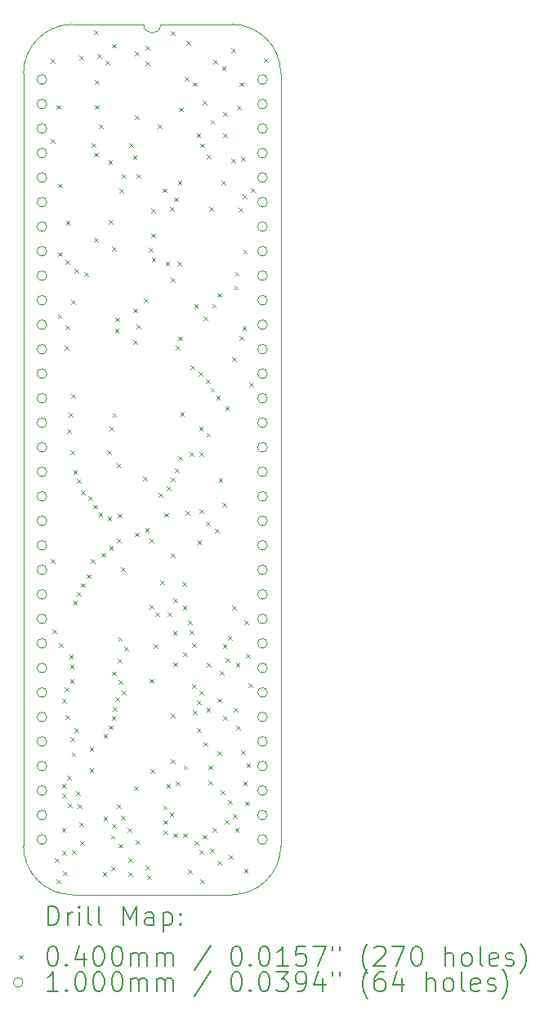
<source format=gbr>
%TF.GenerationSoftware,KiCad,Pcbnew,8.0.5*%
%TF.CreationDate,2024-10-28T17:11:04+02:00*%
%TF.ProjectId,W65C816 Breakout,57363543-3831-4362-9042-7265616b6f75,V1*%
%TF.SameCoordinates,PX525bfc0PY43d3480*%
%TF.FileFunction,Drillmap*%
%TF.FilePolarity,Positive*%
%FSLAX45Y45*%
G04 Gerber Fmt 4.5, Leading zero omitted, Abs format (unit mm)*
G04 Created by KiCad (PCBNEW 8.0.5) date 2024-10-28 17:11:04*
%MOMM*%
%LPD*%
G01*
G04 APERTURE LIST*
%ADD10C,0.100000*%
%ADD11C,0.200000*%
G04 APERTURE END LIST*
D10*
X-190500Y63500D02*
X-190500Y-7937500D01*
X1054100Y571500D02*
X317500Y571500D01*
X1968500Y571500D02*
X1231900Y571500D01*
X1968500Y-8445500D02*
X317500Y-8445500D01*
X2476500Y-7937500D02*
X2476500Y63500D01*
X-190500Y63500D02*
G75*
G02*
X317500Y571500I508000J0D01*
G01*
X317500Y-8445500D02*
G75*
G02*
X-190500Y-7937500I0J508000D01*
G01*
X1231900Y571500D02*
G75*
G02*
X1054100Y571500I-88900J0D01*
G01*
X1968500Y571500D02*
G75*
G02*
X2476500Y63500I0J-508000D01*
G01*
X2476500Y-7937500D02*
G75*
G02*
X1968500Y-8445500I-508000J0D01*
G01*
D11*
D10*
X94300Y-4968495D02*
X134300Y-5008495D01*
X134300Y-4968495D02*
X94300Y-5008495D01*
X94300Y210500D02*
X134300Y170500D01*
X134300Y210500D02*
X94300Y170500D01*
X94300Y-615000D02*
X134300Y-655000D01*
X134300Y-615000D02*
X94300Y-655000D01*
X108426Y-5697400D02*
X148426Y-5737400D01*
X148426Y-5697400D02*
X108426Y-5737400D01*
X132400Y-8069900D02*
X172400Y-8109900D01*
X172400Y-8069900D02*
X132400Y-8109900D01*
X150000Y-264399D02*
X190000Y-304399D01*
X190000Y-264399D02*
X150000Y-304399D01*
X150589Y-8287728D02*
X190589Y-8327728D01*
X190589Y-8287728D02*
X150589Y-8327728D01*
X163700Y-2433453D02*
X203700Y-2473453D01*
X203700Y-2433453D02*
X163700Y-2473453D01*
X167985Y-1788974D02*
X207985Y-1828974D01*
X207985Y-1788974D02*
X167985Y-1828974D01*
X167985Y-1077816D02*
X207985Y-1117816D01*
X207985Y-1077816D02*
X167985Y-1117816D01*
X178803Y-5842400D02*
X218803Y-5882400D01*
X218803Y-5842400D02*
X178803Y-5882400D01*
X206400Y-7752400D02*
X246400Y-7792400D01*
X246400Y-7752400D02*
X206400Y-7792400D01*
X207273Y-7296478D02*
X247273Y-7336478D01*
X247273Y-7296478D02*
X207273Y-7336478D01*
X208599Y-7396799D02*
X248599Y-7436799D01*
X248599Y-7396799D02*
X208599Y-7436799D01*
X208601Y-6418900D02*
X248601Y-6458900D01*
X248601Y-6418900D02*
X208601Y-6458900D01*
X208753Y-7989081D02*
X248753Y-8029081D01*
X248753Y-7989081D02*
X208753Y-8029081D01*
X218311Y-8203728D02*
X258311Y-8243728D01*
X258311Y-8203728D02*
X218311Y-8243728D01*
X234000Y-2761300D02*
X274000Y-2801300D01*
X274000Y-2761300D02*
X234000Y-2801300D01*
X234000Y-6298400D02*
X274000Y-6338400D01*
X274000Y-6298400D02*
X234000Y-6338400D01*
X243900Y-2545688D02*
X283900Y-2585688D01*
X283900Y-2545688D02*
X243900Y-2585688D01*
X245000Y-6584000D02*
X285000Y-6624000D01*
X285000Y-6584000D02*
X245000Y-6624000D01*
X245850Y-1870500D02*
X285850Y-1910500D01*
X285850Y-1870500D02*
X245850Y-1910500D01*
X249500Y-1465900D02*
X289500Y-1505900D01*
X289500Y-1465900D02*
X249500Y-1505900D01*
X259400Y-3624900D02*
X299400Y-3664900D01*
X299400Y-3624900D02*
X259400Y-3664900D01*
X260608Y-7211888D02*
X300608Y-7251888D01*
X300608Y-7211888D02*
X260608Y-7251888D01*
X271813Y-7501293D02*
X311813Y-7541293D01*
X311813Y-7501293D02*
X271813Y-7541293D01*
X280333Y-3455332D02*
X320333Y-3495332D01*
X320333Y-3455332D02*
X280333Y-3495332D01*
X282162Y-5956244D02*
X322162Y-5996244D01*
X322162Y-5956244D02*
X282162Y-5996244D01*
X291300Y-6061333D02*
X331300Y-6101333D01*
X331300Y-6061333D02*
X291300Y-6101333D01*
X291300Y-6215700D02*
X331300Y-6255700D01*
X331300Y-6215700D02*
X291300Y-6255700D01*
X295425Y-6812600D02*
X335425Y-6852600D01*
X335425Y-6812600D02*
X295425Y-6852600D01*
X297500Y-3840800D02*
X337500Y-3880800D01*
X337500Y-3840800D02*
X297500Y-3880800D01*
X303700Y-2284801D02*
X343700Y-2324801D01*
X343700Y-2284801D02*
X303700Y-2324801D01*
X303702Y-3256600D02*
X343702Y-3296600D01*
X343702Y-3256600D02*
X303702Y-3296600D01*
X309025Y-6970600D02*
X349025Y-7010600D01*
X349025Y-6970600D02*
X309025Y-7010600D01*
X312709Y-7981501D02*
X352709Y-8021501D01*
X352709Y-7981501D02*
X312709Y-8021501D01*
X324918Y-4044000D02*
X364918Y-4084000D01*
X364918Y-4044000D02*
X324918Y-4084000D01*
X325000Y-5401661D02*
X365000Y-5441661D01*
X365000Y-5401661D02*
X325000Y-5441661D01*
X335600Y-1961200D02*
X375600Y-2001200D01*
X375600Y-1961200D02*
X335600Y-2001200D01*
X336943Y-6721626D02*
X376943Y-6761626D01*
X376943Y-6721626D02*
X336943Y-6761626D01*
X356457Y-7371100D02*
X396457Y-7411100D01*
X396457Y-7371100D02*
X356457Y-7411100D01*
X365000Y-4140711D02*
X405000Y-4180711D01*
X405000Y-4140711D02*
X365000Y-4180711D01*
X365318Y-5310149D02*
X405318Y-5350149D01*
X405318Y-5310149D02*
X365318Y-5350149D01*
X373698Y-7511100D02*
X413698Y-7551100D01*
X413698Y-7511100D02*
X373698Y-7551100D01*
X389475Y249047D02*
X429475Y209047D01*
X429475Y249047D02*
X389475Y209047D01*
X389731Y-7697500D02*
X429731Y-7737500D01*
X429731Y-7697500D02*
X389731Y-7737500D01*
X396052Y-7892499D02*
X436052Y-7932499D01*
X436052Y-7892499D02*
X396052Y-7932499D01*
X405000Y-4254582D02*
X445000Y-4294582D01*
X445000Y-4254582D02*
X405000Y-4294582D01*
X405404Y-5218534D02*
X445404Y-5258534D01*
X445404Y-5218534D02*
X405404Y-5258534D01*
X440266Y-1998100D02*
X480266Y-2038100D01*
X480266Y-1998100D02*
X440266Y-2038100D01*
X462600Y-5126332D02*
X502600Y-5166332D01*
X502600Y-5126332D02*
X462600Y-5166332D01*
X482573Y-4317689D02*
X522573Y-4357689D01*
X522573Y-4317689D02*
X482573Y-4357689D01*
X494200Y-6918934D02*
X534200Y-6958934D01*
X534200Y-6918934D02*
X494200Y-6958934D01*
X494200Y-7138934D02*
X534200Y-7178934D01*
X534200Y-7138934D02*
X494200Y-7178934D01*
X508811Y-4971100D02*
X548811Y-5011100D01*
X548811Y-4971100D02*
X508811Y-5011100D01*
X514096Y-658861D02*
X554096Y-698861D01*
X554096Y-658861D02*
X514096Y-698861D01*
X533464Y-4404454D02*
X573464Y-4444454D01*
X573464Y-4404454D02*
X533464Y-4444454D01*
X538498Y-756835D02*
X578498Y-796835D01*
X578498Y-756835D02*
X538498Y-796835D01*
X538800Y511500D02*
X578800Y471500D01*
X578800Y511500D02*
X538800Y471500D01*
X538800Y-1643700D02*
X578800Y-1683700D01*
X578800Y-1643700D02*
X538800Y-1683700D01*
X551500Y-5400D02*
X591500Y-45400D01*
X591500Y-5400D02*
X551500Y-45400D01*
X551500Y-264400D02*
X591500Y-304400D01*
X591500Y-264400D02*
X551500Y-304400D01*
X576900Y261300D02*
X616900Y221300D01*
X616900Y261300D02*
X576900Y221300D01*
X588445Y-4487983D02*
X628445Y-4527983D01*
X628445Y-4487983D02*
X588445Y-4527983D01*
X589600Y-462600D02*
X629600Y-502600D01*
X629600Y-462600D02*
X589600Y-502600D01*
X620268Y-4904797D02*
X660268Y-4944797D01*
X660268Y-4904797D02*
X620268Y-4944797D01*
X630865Y-8210274D02*
X670865Y-8250274D01*
X670865Y-8210274D02*
X630865Y-8250274D01*
X637900Y-6778237D02*
X677900Y-6818237D01*
X677900Y-6778237D02*
X637900Y-6818237D01*
X637900Y-7635085D02*
X677900Y-7675085D01*
X677900Y-7635085D02*
X637900Y-7675085D01*
X662593Y197498D02*
X702593Y157498D01*
X702593Y197498D02*
X662593Y157498D01*
X678500Y-3840800D02*
X718500Y-3880800D01*
X718500Y-3840800D02*
X678500Y-3880800D01*
X679734Y-4528802D02*
X719734Y-4568802D01*
X719734Y-4528802D02*
X679734Y-4568802D01*
X689283Y-839000D02*
X729283Y-879000D01*
X729283Y-839000D02*
X689283Y-879000D01*
X691202Y-1453200D02*
X731202Y-1493200D01*
X731202Y-1453200D02*
X691202Y-1493200D01*
X694674Y-6692695D02*
X734674Y-6732695D01*
X734674Y-6692695D02*
X694674Y-6732695D01*
X697399Y-4834682D02*
X737399Y-4874682D01*
X737399Y-4834682D02*
X697399Y-4874682D01*
X703692Y-3599422D02*
X743692Y-3639422D01*
X743692Y-3599422D02*
X703692Y-3639422D01*
X713817Y-7826400D02*
X753817Y-7866400D01*
X753817Y-7826400D02*
X713817Y-7866400D01*
X716600Y-8149401D02*
X756600Y-8189401D01*
X756600Y-8149401D02*
X716600Y-8189401D01*
X723268Y-6596870D02*
X763268Y-6636870D01*
X763268Y-6596870D02*
X723268Y-6636870D01*
X726013Y-6131589D02*
X766013Y-6171589D01*
X766013Y-6131589D02*
X726013Y-6171589D01*
X728350Y369500D02*
X768350Y329500D01*
X768350Y369500D02*
X728350Y329500D01*
X728678Y-7714819D02*
X768678Y-7754819D01*
X768678Y-7714819D02*
X728678Y-7754819D01*
X729283Y-1732600D02*
X769283Y-1772600D01*
X769283Y-1732600D02*
X729283Y-1772600D01*
X732635Y-3456868D02*
X772635Y-3496868D01*
X772635Y-3456868D02*
X732635Y-3496868D01*
X738404Y-6498022D02*
X778404Y-6538022D01*
X778404Y-6498022D02*
X738404Y-6538022D01*
X756866Y-2577966D02*
X796866Y-2617966D01*
X796866Y-2577966D02*
X756866Y-2617966D01*
X758197Y-6400000D02*
X798197Y-6440000D01*
X798197Y-6400000D02*
X758197Y-6440000D01*
X759498Y-2466397D02*
X799498Y-2506397D01*
X799498Y-2466397D02*
X759498Y-2506397D01*
X776037Y-4756272D02*
X816037Y-4796272D01*
X816037Y-4756272D02*
X776037Y-4796272D01*
X777900Y-7511100D02*
X817900Y-7551100D01*
X817900Y-7511100D02*
X777900Y-7551100D01*
X780100Y-3980500D02*
X820100Y-4020500D01*
X820100Y-3980500D02*
X780100Y-4020500D01*
X784503Y-4498946D02*
X824503Y-4538946D01*
X824503Y-4498946D02*
X784503Y-4538946D01*
X789466Y-6000657D02*
X829466Y-6040657D01*
X829466Y-6000657D02*
X789466Y-6040657D01*
X790000Y-5777600D02*
X830000Y-5817600D01*
X830000Y-5777600D02*
X790000Y-5817600D01*
X793831Y-7918584D02*
X833831Y-7958584D01*
X833831Y-7918584D02*
X793831Y-7958584D01*
X797847Y-6223352D02*
X837847Y-6263352D01*
X837847Y-6223352D02*
X797847Y-6263352D01*
X805500Y-1135700D02*
X845500Y-1175700D01*
X845500Y-1135700D02*
X805500Y-1175700D01*
X818200Y-5051775D02*
X858200Y-5091775D01*
X858200Y-5051775D02*
X818200Y-5091775D01*
X818200Y-7625400D02*
X858200Y-7665400D01*
X858200Y-7625400D02*
X818200Y-7665400D01*
X830900Y-983300D02*
X870900Y-1023300D01*
X870900Y-983300D02*
X830900Y-1023300D01*
X830900Y-6330000D02*
X870900Y-6370000D01*
X870900Y-6330000D02*
X830900Y-6370000D01*
X856775Y-5872074D02*
X896775Y-5912074D01*
X896775Y-5872074D02*
X856775Y-5912074D01*
X887900Y-7753223D02*
X927900Y-7793223D01*
X927900Y-7753223D02*
X887900Y-7793223D01*
X898359Y-8065600D02*
X938359Y-8105600D01*
X938359Y-8065600D02*
X898359Y-8105600D01*
X898359Y-8209600D02*
X938359Y-8249600D01*
X938359Y-8209600D02*
X898359Y-8249600D01*
X907100Y-657200D02*
X947100Y-697200D01*
X947100Y-657200D02*
X907100Y-697200D01*
X943688Y-788711D02*
X983688Y-828711D01*
X983688Y-788711D02*
X943688Y-828711D01*
X945200Y-2374200D02*
X985200Y-2414200D01*
X985200Y-2374200D02*
X945200Y-2414200D01*
X945200Y-2699000D02*
X985200Y-2739000D01*
X985200Y-2699000D02*
X945200Y-2739000D01*
X957900Y-7325000D02*
X997900Y-7365000D01*
X997900Y-7325000D02*
X957900Y-7365000D01*
X963390Y292189D02*
X1003390Y252189D01*
X1003390Y292189D02*
X963390Y252189D01*
X963390Y-373700D02*
X1003390Y-413700D01*
X1003390Y-373700D02*
X963390Y-413700D01*
X966803Y-4693398D02*
X1006803Y-4733398D01*
X1006803Y-4693398D02*
X966803Y-4733398D01*
X970600Y-7879400D02*
X1010600Y-7919400D01*
X1010600Y-7879400D02*
X970600Y-7919400D01*
X980500Y-2538650D02*
X1020500Y-2578650D01*
X1020500Y-2538650D02*
X980500Y-2578650D01*
X983300Y-983300D02*
X1023300Y-1023300D01*
X1023300Y-983300D02*
X983300Y-1023300D01*
X1049500Y-4113802D02*
X1089500Y-4153802D01*
X1089500Y-4113802D02*
X1049500Y-4153802D01*
X1059500Y-2265999D02*
X1099500Y-2305999D01*
X1099500Y-2265999D02*
X1059500Y-2305999D01*
X1069500Y-4649301D02*
X1109500Y-4689301D01*
X1109500Y-4649301D02*
X1069500Y-4689301D01*
X1072200Y350200D02*
X1112200Y310200D01*
X1112200Y350200D02*
X1072200Y310200D01*
X1073068Y-8145600D02*
X1113068Y-8185600D01*
X1113068Y-8145600D02*
X1073068Y-8185600D01*
X1075001Y185100D02*
X1115001Y145100D01*
X1115001Y185100D02*
X1075001Y145100D01*
X1090800Y-8244016D02*
X1130800Y-8284016D01*
X1130800Y-8244016D02*
X1090800Y-8284016D01*
X1106702Y-1741090D02*
X1146702Y-1781090D01*
X1146702Y-1741090D02*
X1106702Y-1781090D01*
X1114342Y-5442504D02*
X1154342Y-5482504D01*
X1154342Y-5442504D02*
X1114342Y-5482504D01*
X1114696Y-4757105D02*
X1154696Y-4797105D01*
X1154696Y-4757105D02*
X1114696Y-4797105D01*
X1116650Y-6209350D02*
X1156650Y-6249350D01*
X1156650Y-6209350D02*
X1116650Y-6249350D01*
X1123000Y-7145000D02*
X1163000Y-7185000D01*
X1163000Y-7145000D02*
X1123000Y-7185000D01*
X1133993Y-1594951D02*
X1173993Y-1634951D01*
X1173993Y-1594951D02*
X1133993Y-1634951D01*
X1135700Y-1335000D02*
X1175700Y-1375000D01*
X1175700Y-1335000D02*
X1135700Y-1375000D01*
X1137924Y-1841341D02*
X1177924Y-1881341D01*
X1177924Y-1841341D02*
X1137924Y-1881341D01*
X1161100Y-5848600D02*
X1201100Y-5888600D01*
X1201100Y-5848600D02*
X1161100Y-5888600D01*
X1178546Y-5519211D02*
X1218546Y-5559211D01*
X1218546Y-5519211D02*
X1178546Y-5559211D01*
X1199200Y-462600D02*
X1239200Y-502600D01*
X1239200Y-462600D02*
X1199200Y-502600D01*
X1209500Y-4282997D02*
X1249500Y-4322997D01*
X1249500Y-4282997D02*
X1209500Y-4322997D01*
X1225987Y-5189925D02*
X1265987Y-5229925D01*
X1265987Y-5189925D02*
X1225987Y-5229925D01*
X1255080Y-1129500D02*
X1295080Y-1169500D01*
X1295080Y-1129500D02*
X1255080Y-1169500D01*
X1256313Y-7520996D02*
X1296313Y-7560996D01*
X1296313Y-7520996D02*
X1256313Y-7560996D01*
X1259521Y-7777800D02*
X1299521Y-7817800D01*
X1299521Y-7777800D02*
X1259521Y-7817800D01*
X1262910Y-7673599D02*
X1302910Y-7713599D01*
X1302910Y-7673599D02*
X1262910Y-7713599D01*
X1269835Y-4490900D02*
X1309835Y-4530900D01*
X1309835Y-4490900D02*
X1269835Y-4530900D01*
X1282306Y-1887572D02*
X1322306Y-1927572D01*
X1322306Y-1887572D02*
X1282306Y-1927572D01*
X1290756Y-7294284D02*
X1330756Y-7334284D01*
X1330756Y-7294284D02*
X1290756Y-7334284D01*
X1292435Y-4212430D02*
X1332435Y-4252430D01*
X1332435Y-4212430D02*
X1292435Y-4252430D01*
X1300800Y-5517200D02*
X1340800Y-5557200D01*
X1340800Y-5517200D02*
X1300800Y-5557200D01*
X1324266Y-7594361D02*
X1364266Y-7634361D01*
X1364266Y-7594361D02*
X1324266Y-7634361D01*
X1328251Y-1321829D02*
X1368251Y-1361829D01*
X1368251Y-1321829D02*
X1328251Y-1361829D01*
X1337608Y-4123215D02*
X1377608Y-4163215D01*
X1377608Y-4123215D02*
X1337608Y-4163215D01*
X1338339Y-2053829D02*
X1378339Y-2093829D01*
X1378339Y-2053829D02*
X1338339Y-2093829D01*
X1338900Y-4910764D02*
X1378900Y-4950764D01*
X1378900Y-4910764D02*
X1338900Y-4950764D01*
X1338900Y502600D02*
X1378900Y462600D01*
X1378900Y502600D02*
X1338900Y462600D01*
X1338900Y-6571300D02*
X1378900Y-6611300D01*
X1378900Y-6571300D02*
X1338900Y-6611300D01*
X1338900Y-7041199D02*
X1378900Y-7081199D01*
X1378900Y-7041199D02*
X1338900Y-7081199D01*
X1358978Y-5713773D02*
X1398978Y-5753773D01*
X1398978Y-5713773D02*
X1358978Y-5753773D01*
X1359577Y-6038600D02*
X1399577Y-6078600D01*
X1399577Y-6038600D02*
X1359577Y-6078600D01*
X1361363Y-7810142D02*
X1401362Y-7850142D01*
X1401362Y-7810142D02*
X1361363Y-7850142D01*
X1364300Y-5377500D02*
X1404300Y-5417500D01*
X1404300Y-5377500D02*
X1364300Y-5417500D01*
X1368251Y-1222282D02*
X1408251Y-1262282D01*
X1408251Y-1222282D02*
X1368251Y-1262282D01*
X1377000Y-4031300D02*
X1417000Y-4071300D01*
X1417000Y-4031300D02*
X1377000Y-4071300D01*
X1386900Y-2761635D02*
X1426900Y-2801635D01*
X1426900Y-2761635D02*
X1386900Y-2801635D01*
X1388338Y-7272425D02*
X1428337Y-7312425D01*
X1428337Y-7272425D02*
X1388338Y-7312425D01*
X1402400Y-1886273D02*
X1442400Y-1926273D01*
X1442400Y-1886273D02*
X1402400Y-1926273D01*
X1408251Y-1049000D02*
X1448251Y-1089000D01*
X1448251Y-1049000D02*
X1408251Y-1089000D01*
X1415100Y-3904300D02*
X1455100Y-3944300D01*
X1455100Y-3904300D02*
X1415100Y-3944300D01*
X1415964Y-2662565D02*
X1455964Y-2702565D01*
X1455964Y-2662565D02*
X1415964Y-2702565D01*
X1423700Y-290200D02*
X1463700Y-330200D01*
X1463700Y-290200D02*
X1423700Y-330200D01*
X1434300Y-3447100D02*
X1474300Y-3487100D01*
X1474300Y-3447100D02*
X1434300Y-3487100D01*
X1453200Y-5204203D02*
X1493200Y-5244203D01*
X1493200Y-5204203D02*
X1453200Y-5244203D01*
X1458800Y-5450569D02*
X1498800Y-5490569D01*
X1498800Y-5450569D02*
X1458800Y-5490569D01*
X1461360Y-7809396D02*
X1501360Y-7849396D01*
X1501360Y-7809396D02*
X1461360Y-7849396D01*
X1465900Y-5936300D02*
X1505900Y-5976300D01*
X1505900Y-5936300D02*
X1465900Y-5976300D01*
X1468337Y-7106600D02*
X1508337Y-7146600D01*
X1508337Y-7106600D02*
X1468337Y-7146600D01*
X1483249Y25268D02*
X1523249Y-14732D01*
X1523249Y25268D02*
X1483249Y-14732D01*
X1490517Y-4469300D02*
X1530517Y-4509300D01*
X1530517Y-4469300D02*
X1490517Y-4509300D01*
X1496362Y401339D02*
X1536362Y361339D01*
X1536362Y401339D02*
X1496362Y361339D01*
X1514208Y-8188974D02*
X1554208Y-8228974D01*
X1554208Y-8188974D02*
X1514208Y-8228974D01*
X1516978Y-5603773D02*
X1556978Y-5643773D01*
X1556978Y-5603773D02*
X1516978Y-5643773D01*
X1532200Y-3861138D02*
X1572200Y-3901138D01*
X1572200Y-3861138D02*
X1532200Y-3901138D01*
X1533354Y-5702423D02*
X1573354Y-5742423D01*
X1573354Y-5702423D02*
X1533354Y-5742423D01*
X1542100Y-2964500D02*
X1582100Y-3004500D01*
X1582100Y-2964500D02*
X1542100Y-3004500D01*
X1556317Y-6264134D02*
X1596317Y-6304134D01*
X1596317Y-6264134D02*
X1556317Y-6304134D01*
X1556611Y-5842869D02*
X1596611Y-5882869D01*
X1596611Y-5842869D02*
X1556611Y-5882869D01*
X1565100Y-6535300D02*
X1605100Y-6575300D01*
X1605100Y-6535300D02*
X1565100Y-6575300D01*
X1567500Y-28599D02*
X1607500Y-68599D01*
X1607500Y-28599D02*
X1567500Y-68599D01*
X1577800Y-2326798D02*
X1617800Y-2366798D01*
X1617800Y-2326798D02*
X1577800Y-2366798D01*
X1580200Y-7892100D02*
X1620200Y-7932100D01*
X1620200Y-7892100D02*
X1580200Y-7932100D01*
X1603700Y-558337D02*
X1643700Y-598337D01*
X1643700Y-558337D02*
X1603700Y-598337D01*
X1605100Y-6723700D02*
X1645100Y-6763700D01*
X1645100Y-6723700D02*
X1605100Y-6763700D01*
X1605600Y-6433786D02*
X1645600Y-6473786D01*
X1645600Y-6433786D02*
X1605600Y-6473786D01*
X1612100Y-4776290D02*
X1652100Y-4816290D01*
X1652100Y-4776290D02*
X1612100Y-4816290D01*
X1624577Y-3028000D02*
X1664577Y-3068000D01*
X1664577Y-3028000D02*
X1624577Y-3068000D01*
X1627949Y-3597012D02*
X1667949Y-3637012D01*
X1667949Y-3597012D02*
X1627949Y-3637012D01*
X1630636Y-6334134D02*
X1670636Y-6374134D01*
X1670636Y-6334134D02*
X1630636Y-6374134D01*
X1630776Y-4453345D02*
X1670776Y-4493345D01*
X1670776Y-4453345D02*
X1630776Y-4493345D01*
X1632156Y-3858166D02*
X1672156Y-3898166D01*
X1672156Y-3858166D02*
X1632156Y-3898166D01*
X1634669Y-7979936D02*
X1674669Y-8019936D01*
X1674669Y-7979936D02*
X1634669Y-8019936D01*
X1643241Y-663448D02*
X1683241Y-703448D01*
X1683241Y-663448D02*
X1643241Y-703448D01*
X1643700Y-8287500D02*
X1683700Y-8327500D01*
X1683700Y-8287500D02*
X1643700Y-8327500D01*
X1665044Y-7825110D02*
X1705044Y-7865110D01*
X1705044Y-7825110D02*
X1665044Y-7865110D01*
X1669376Y-220100D02*
X1709376Y-260100D01*
X1709376Y-220100D02*
X1669376Y-260100D01*
X1675100Y-6863400D02*
X1715100Y-6903400D01*
X1715100Y-6863400D02*
X1675100Y-6903400D01*
X1676672Y-2451372D02*
X1716672Y-2491372D01*
X1716672Y-2451372D02*
X1676672Y-2491372D01*
X1700260Y-4581852D02*
X1740260Y-4621852D01*
X1740260Y-4581852D02*
X1700260Y-4621852D01*
X1701000Y-3103143D02*
X1741000Y-3143143D01*
X1741000Y-3103143D02*
X1701000Y-3143143D01*
X1705100Y-6507900D02*
X1745100Y-6547900D01*
X1745100Y-6507900D02*
X1705100Y-6547900D01*
X1705456Y-3660200D02*
X1745456Y-3700200D01*
X1745456Y-3660200D02*
X1705456Y-3700200D01*
X1707200Y-776000D02*
X1747200Y-816000D01*
X1747200Y-776000D02*
X1707200Y-816000D01*
X1707200Y-6044100D02*
X1747200Y-6084100D01*
X1747200Y-6044100D02*
X1707200Y-6084100D01*
X1728337Y-7106600D02*
X1768337Y-7146600D01*
X1768337Y-7106600D02*
X1728337Y-7146600D01*
X1728337Y-7264600D02*
X1768337Y-7304600D01*
X1768337Y-7264600D02*
X1728337Y-7304600D01*
X1732600Y-1319600D02*
X1772600Y-1359600D01*
X1772600Y-1319600D02*
X1732600Y-1359600D01*
X1745300Y-7968300D02*
X1785300Y-8008300D01*
X1785300Y-7968300D02*
X1745300Y-8008300D01*
X1748089Y-3195889D02*
X1788089Y-3235889D01*
X1788089Y-3195889D02*
X1748089Y-3235889D01*
X1748700Y-418000D02*
X1788700Y-458000D01*
X1788700Y-418000D02*
X1748700Y-458000D01*
X1764968Y-2323769D02*
X1804968Y-2363769D01*
X1804968Y-2323769D02*
X1764968Y-2363769D01*
X1770103Y-7752400D02*
X1810103Y-7792400D01*
X1810103Y-7752400D02*
X1770103Y-7792400D01*
X1776835Y205511D02*
X1816835Y165511D01*
X1816835Y205511D02*
X1776835Y165511D01*
X1795067Y-4653600D02*
X1835067Y-4693600D01*
X1835067Y-4653600D02*
X1795067Y-4693600D01*
X1806853Y-3276801D02*
X1846853Y-3316801D01*
X1846853Y-3276801D02*
X1806853Y-3316801D01*
X1817730Y-6956070D02*
X1857730Y-6996070D01*
X1857730Y-6956070D02*
X1817730Y-6996070D01*
X1819250Y-2212950D02*
X1859250Y-2252950D01*
X1859250Y-2212950D02*
X1819250Y-2252950D01*
X1819909Y-8094286D02*
X1859909Y-8134286D01*
X1859909Y-8094286D02*
X1819909Y-8134286D01*
X1821500Y-6412800D02*
X1861500Y-6452800D01*
X1861500Y-6412800D02*
X1821500Y-6452800D01*
X1831446Y-4130146D02*
X1871446Y-4170146D01*
X1871446Y-4130146D02*
X1831446Y-4170146D01*
X1846900Y-6126800D02*
X1886900Y-6166800D01*
X1886900Y-6126800D02*
X1846900Y-6166800D01*
X1853984Y-7365784D02*
X1893984Y-7405784D01*
X1893984Y-7365784D02*
X1853984Y-7405784D01*
X1859600Y-1049000D02*
X1899600Y-1089000D01*
X1899600Y-1049000D02*
X1859600Y-1089000D01*
X1867252Y139348D02*
X1907252Y99348D01*
X1907252Y139348D02*
X1867252Y99348D01*
X1870900Y-4384100D02*
X1910900Y-4424100D01*
X1910900Y-4384100D02*
X1870900Y-4424100D01*
X1874645Y-5851500D02*
X1914645Y-5891500D01*
X1914645Y-5851500D02*
X1874645Y-5891500D01*
X1878800Y-6596700D02*
X1918800Y-6636700D01*
X1918800Y-6596700D02*
X1878800Y-6636700D01*
X1880535Y-558000D02*
X1920535Y-598000D01*
X1920535Y-558000D02*
X1880535Y-598000D01*
X1881290Y-339000D02*
X1921290Y-379000D01*
X1921290Y-339000D02*
X1881290Y-379000D01*
X1898753Y-7670253D02*
X1938753Y-7710253D01*
X1938753Y-7670253D02*
X1898753Y-7710253D01*
X1900725Y-3386625D02*
X1940725Y-3426625D01*
X1940725Y-3386625D02*
X1900725Y-3426625D01*
X1905926Y-5993569D02*
X1945926Y-6033569D01*
X1945926Y-5993569D02*
X1905926Y-6033569D01*
X1928259Y-7463867D02*
X1968259Y-7503867D01*
X1968259Y-7463867D02*
X1928259Y-7503867D01*
X1928406Y-5764931D02*
X1968406Y-5804931D01*
X1968406Y-5764931D02*
X1928406Y-5804931D01*
X1937055Y-8033054D02*
X1977055Y-8073054D01*
X1977055Y-8033054D02*
X1937055Y-8073054D01*
X1961198Y324800D02*
X2001198Y284800D01*
X2001198Y324800D02*
X1961198Y284800D01*
X1964027Y-821121D02*
X2004027Y-861121D01*
X2004027Y-821121D02*
X1964027Y-861121D01*
X1969000Y-5453700D02*
X2009000Y-5493700D01*
X2009000Y-5453700D02*
X1969000Y-5493700D01*
X1973900Y-2875600D02*
X2013900Y-2915600D01*
X2013900Y-2875600D02*
X1973900Y-2915600D01*
X1980944Y-7611127D02*
X2020944Y-7651127D01*
X2020944Y-7611127D02*
X1980944Y-7651127D01*
X1986599Y-6507801D02*
X2026599Y-6547801D01*
X2026599Y-6507801D02*
X1986599Y-6547801D01*
X1993850Y-2135902D02*
X2033850Y-2175902D01*
X2033850Y-2135902D02*
X1993850Y-2175902D01*
X2000602Y-1992800D02*
X2040602Y-2032800D01*
X2040602Y-1992800D02*
X2000602Y-2032800D01*
X2002049Y-7754253D02*
X2042049Y-7794253D01*
X2042049Y-7754253D02*
X2002049Y-7794253D01*
X2009167Y-6045162D02*
X2049167Y-6085162D01*
X2049167Y-6045162D02*
X2009167Y-6085162D01*
X2015619Y-6692750D02*
X2055619Y-6732750D01*
X2055619Y-6692750D02*
X2015619Y-6732750D01*
X2024700Y-272100D02*
X2064700Y-312100D01*
X2064700Y-272100D02*
X2024700Y-312100D01*
X2037400Y-1326200D02*
X2077400Y-1366200D01*
X2077400Y-1326200D02*
X2037400Y-1366200D01*
X2045415Y-2655812D02*
X2085415Y-2695812D01*
X2085415Y-2655812D02*
X2045415Y-2695812D01*
X2050100Y-28599D02*
X2090100Y-68599D01*
X2090100Y-28599D02*
X2050100Y-68599D01*
X2062800Y-805500D02*
X2102800Y-845500D01*
X2102800Y-805500D02*
X2062800Y-845500D01*
X2063800Y-6952300D02*
X2103800Y-6992300D01*
X2103800Y-6952300D02*
X2063800Y-6992300D01*
X2078461Y-2556373D02*
X2118461Y-2596373D01*
X2118461Y-2556373D02*
X2078461Y-2596373D01*
X2080085Y-1189600D02*
X2120085Y-1229600D01*
X2120085Y-1189600D02*
X2080085Y-1229600D01*
X2085696Y-7269805D02*
X2125696Y-7309805D01*
X2125696Y-7269805D02*
X2085696Y-7309805D01*
X2086000Y-1763092D02*
X2126000Y-1803092D01*
X2126000Y-1763092D02*
X2086000Y-1803092D01*
X2095853Y-8177700D02*
X2135853Y-8217700D01*
X2135853Y-8177700D02*
X2095853Y-8217700D01*
X2100900Y-5606100D02*
X2140900Y-5646100D01*
X2140900Y-5606100D02*
X2100900Y-5646100D01*
X2106943Y-7479043D02*
X2146943Y-7519043D01*
X2146943Y-7479043D02*
X2106943Y-7519043D01*
X2112985Y-5949000D02*
X2152985Y-5989000D01*
X2152985Y-5949000D02*
X2112985Y-5989000D01*
X2119890Y-7082740D02*
X2159890Y-7122740D01*
X2159890Y-7082740D02*
X2119890Y-7122740D01*
X2141800Y-6253800D02*
X2181800Y-6293800D01*
X2181800Y-6253800D02*
X2141800Y-6293800D01*
X2152030Y-3141409D02*
X2192030Y-3181409D01*
X2192030Y-3141409D02*
X2152030Y-3181409D01*
X2164400Y-1126000D02*
X2204400Y-1166000D01*
X2204400Y-1126000D02*
X2164400Y-1166000D01*
X2304099Y223200D02*
X2344099Y183200D01*
X2344099Y223200D02*
X2304099Y183200D01*
X50000Y0D02*
G75*
G02*
X-50000Y0I-50000J0D01*
G01*
X-50000Y0D02*
G75*
G02*
X50000Y0I50000J0D01*
G01*
X50000Y-254000D02*
G75*
G02*
X-50000Y-254000I-50000J0D01*
G01*
X-50000Y-254000D02*
G75*
G02*
X50000Y-254000I50000J0D01*
G01*
X50000Y-508000D02*
G75*
G02*
X-50000Y-508000I-50000J0D01*
G01*
X-50000Y-508000D02*
G75*
G02*
X50000Y-508000I50000J0D01*
G01*
X50000Y-762000D02*
G75*
G02*
X-50000Y-762000I-50000J0D01*
G01*
X-50000Y-762000D02*
G75*
G02*
X50000Y-762000I50000J0D01*
G01*
X50000Y-1016000D02*
G75*
G02*
X-50000Y-1016000I-50000J0D01*
G01*
X-50000Y-1016000D02*
G75*
G02*
X50000Y-1016000I50000J0D01*
G01*
X50000Y-1270000D02*
G75*
G02*
X-50000Y-1270000I-50000J0D01*
G01*
X-50000Y-1270000D02*
G75*
G02*
X50000Y-1270000I50000J0D01*
G01*
X50000Y-1524000D02*
G75*
G02*
X-50000Y-1524000I-50000J0D01*
G01*
X-50000Y-1524000D02*
G75*
G02*
X50000Y-1524000I50000J0D01*
G01*
X50000Y-1778000D02*
G75*
G02*
X-50000Y-1778000I-50000J0D01*
G01*
X-50000Y-1778000D02*
G75*
G02*
X50000Y-1778000I50000J0D01*
G01*
X50000Y-2032000D02*
G75*
G02*
X-50000Y-2032000I-50000J0D01*
G01*
X-50000Y-2032000D02*
G75*
G02*
X50000Y-2032000I50000J0D01*
G01*
X50000Y-2286000D02*
G75*
G02*
X-50000Y-2286000I-50000J0D01*
G01*
X-50000Y-2286000D02*
G75*
G02*
X50000Y-2286000I50000J0D01*
G01*
X50000Y-2540000D02*
G75*
G02*
X-50000Y-2540000I-50000J0D01*
G01*
X-50000Y-2540000D02*
G75*
G02*
X50000Y-2540000I50000J0D01*
G01*
X50000Y-2794000D02*
G75*
G02*
X-50000Y-2794000I-50000J0D01*
G01*
X-50000Y-2794000D02*
G75*
G02*
X50000Y-2794000I50000J0D01*
G01*
X50000Y-3048000D02*
G75*
G02*
X-50000Y-3048000I-50000J0D01*
G01*
X-50000Y-3048000D02*
G75*
G02*
X50000Y-3048000I50000J0D01*
G01*
X50000Y-3302000D02*
G75*
G02*
X-50000Y-3302000I-50000J0D01*
G01*
X-50000Y-3302000D02*
G75*
G02*
X50000Y-3302000I50000J0D01*
G01*
X50000Y-3556000D02*
G75*
G02*
X-50000Y-3556000I-50000J0D01*
G01*
X-50000Y-3556000D02*
G75*
G02*
X50000Y-3556000I50000J0D01*
G01*
X50000Y-3810000D02*
G75*
G02*
X-50000Y-3810000I-50000J0D01*
G01*
X-50000Y-3810000D02*
G75*
G02*
X50000Y-3810000I50000J0D01*
G01*
X50000Y-4064000D02*
G75*
G02*
X-50000Y-4064000I-50000J0D01*
G01*
X-50000Y-4064000D02*
G75*
G02*
X50000Y-4064000I50000J0D01*
G01*
X50000Y-4318000D02*
G75*
G02*
X-50000Y-4318000I-50000J0D01*
G01*
X-50000Y-4318000D02*
G75*
G02*
X50000Y-4318000I50000J0D01*
G01*
X50000Y-4572000D02*
G75*
G02*
X-50000Y-4572000I-50000J0D01*
G01*
X-50000Y-4572000D02*
G75*
G02*
X50000Y-4572000I50000J0D01*
G01*
X50000Y-4826000D02*
G75*
G02*
X-50000Y-4826000I-50000J0D01*
G01*
X-50000Y-4826000D02*
G75*
G02*
X50000Y-4826000I50000J0D01*
G01*
X50000Y-5080000D02*
G75*
G02*
X-50000Y-5080000I-50000J0D01*
G01*
X-50000Y-5080000D02*
G75*
G02*
X50000Y-5080000I50000J0D01*
G01*
X50000Y-5334000D02*
G75*
G02*
X-50000Y-5334000I-50000J0D01*
G01*
X-50000Y-5334000D02*
G75*
G02*
X50000Y-5334000I50000J0D01*
G01*
X50000Y-5588000D02*
G75*
G02*
X-50000Y-5588000I-50000J0D01*
G01*
X-50000Y-5588000D02*
G75*
G02*
X50000Y-5588000I50000J0D01*
G01*
X50000Y-5842000D02*
G75*
G02*
X-50000Y-5842000I-50000J0D01*
G01*
X-50000Y-5842000D02*
G75*
G02*
X50000Y-5842000I50000J0D01*
G01*
X50000Y-6096000D02*
G75*
G02*
X-50000Y-6096000I-50000J0D01*
G01*
X-50000Y-6096000D02*
G75*
G02*
X50000Y-6096000I50000J0D01*
G01*
X50000Y-6350000D02*
G75*
G02*
X-50000Y-6350000I-50000J0D01*
G01*
X-50000Y-6350000D02*
G75*
G02*
X50000Y-6350000I50000J0D01*
G01*
X50000Y-6604000D02*
G75*
G02*
X-50000Y-6604000I-50000J0D01*
G01*
X-50000Y-6604000D02*
G75*
G02*
X50000Y-6604000I50000J0D01*
G01*
X50000Y-6858000D02*
G75*
G02*
X-50000Y-6858000I-50000J0D01*
G01*
X-50000Y-6858000D02*
G75*
G02*
X50000Y-6858000I50000J0D01*
G01*
X50000Y-7112000D02*
G75*
G02*
X-50000Y-7112000I-50000J0D01*
G01*
X-50000Y-7112000D02*
G75*
G02*
X50000Y-7112000I50000J0D01*
G01*
X50000Y-7366000D02*
G75*
G02*
X-50000Y-7366000I-50000J0D01*
G01*
X-50000Y-7366000D02*
G75*
G02*
X50000Y-7366000I50000J0D01*
G01*
X50000Y-7620000D02*
G75*
G02*
X-50000Y-7620000I-50000J0D01*
G01*
X-50000Y-7620000D02*
G75*
G02*
X50000Y-7620000I50000J0D01*
G01*
X50000Y-7874000D02*
G75*
G02*
X-50000Y-7874000I-50000J0D01*
G01*
X-50000Y-7874000D02*
G75*
G02*
X50000Y-7874000I50000J0D01*
G01*
X2336000Y0D02*
G75*
G02*
X2236000Y0I-50000J0D01*
G01*
X2236000Y0D02*
G75*
G02*
X2336000Y0I50000J0D01*
G01*
X2336000Y-254000D02*
G75*
G02*
X2236000Y-254000I-50000J0D01*
G01*
X2236000Y-254000D02*
G75*
G02*
X2336000Y-254000I50000J0D01*
G01*
X2336000Y-508000D02*
G75*
G02*
X2236000Y-508000I-50000J0D01*
G01*
X2236000Y-508000D02*
G75*
G02*
X2336000Y-508000I50000J0D01*
G01*
X2336000Y-762000D02*
G75*
G02*
X2236000Y-762000I-50000J0D01*
G01*
X2236000Y-762000D02*
G75*
G02*
X2336000Y-762000I50000J0D01*
G01*
X2336000Y-1016000D02*
G75*
G02*
X2236000Y-1016000I-50000J0D01*
G01*
X2236000Y-1016000D02*
G75*
G02*
X2336000Y-1016000I50000J0D01*
G01*
X2336000Y-1270000D02*
G75*
G02*
X2236000Y-1270000I-50000J0D01*
G01*
X2236000Y-1270000D02*
G75*
G02*
X2336000Y-1270000I50000J0D01*
G01*
X2336000Y-1524000D02*
G75*
G02*
X2236000Y-1524000I-50000J0D01*
G01*
X2236000Y-1524000D02*
G75*
G02*
X2336000Y-1524000I50000J0D01*
G01*
X2336000Y-1778000D02*
G75*
G02*
X2236000Y-1778000I-50000J0D01*
G01*
X2236000Y-1778000D02*
G75*
G02*
X2336000Y-1778000I50000J0D01*
G01*
X2336000Y-2032000D02*
G75*
G02*
X2236000Y-2032000I-50000J0D01*
G01*
X2236000Y-2032000D02*
G75*
G02*
X2336000Y-2032000I50000J0D01*
G01*
X2336000Y-2286000D02*
G75*
G02*
X2236000Y-2286000I-50000J0D01*
G01*
X2236000Y-2286000D02*
G75*
G02*
X2336000Y-2286000I50000J0D01*
G01*
X2336000Y-2540000D02*
G75*
G02*
X2236000Y-2540000I-50000J0D01*
G01*
X2236000Y-2540000D02*
G75*
G02*
X2336000Y-2540000I50000J0D01*
G01*
X2336000Y-2794000D02*
G75*
G02*
X2236000Y-2794000I-50000J0D01*
G01*
X2236000Y-2794000D02*
G75*
G02*
X2336000Y-2794000I50000J0D01*
G01*
X2336000Y-3048000D02*
G75*
G02*
X2236000Y-3048000I-50000J0D01*
G01*
X2236000Y-3048000D02*
G75*
G02*
X2336000Y-3048000I50000J0D01*
G01*
X2336000Y-3302000D02*
G75*
G02*
X2236000Y-3302000I-50000J0D01*
G01*
X2236000Y-3302000D02*
G75*
G02*
X2336000Y-3302000I50000J0D01*
G01*
X2336000Y-3556000D02*
G75*
G02*
X2236000Y-3556000I-50000J0D01*
G01*
X2236000Y-3556000D02*
G75*
G02*
X2336000Y-3556000I50000J0D01*
G01*
X2336000Y-3810000D02*
G75*
G02*
X2236000Y-3810000I-50000J0D01*
G01*
X2236000Y-3810000D02*
G75*
G02*
X2336000Y-3810000I50000J0D01*
G01*
X2336000Y-4064000D02*
G75*
G02*
X2236000Y-4064000I-50000J0D01*
G01*
X2236000Y-4064000D02*
G75*
G02*
X2336000Y-4064000I50000J0D01*
G01*
X2336000Y-4318000D02*
G75*
G02*
X2236000Y-4318000I-50000J0D01*
G01*
X2236000Y-4318000D02*
G75*
G02*
X2336000Y-4318000I50000J0D01*
G01*
X2336000Y-4572000D02*
G75*
G02*
X2236000Y-4572000I-50000J0D01*
G01*
X2236000Y-4572000D02*
G75*
G02*
X2336000Y-4572000I50000J0D01*
G01*
X2336000Y-4826000D02*
G75*
G02*
X2236000Y-4826000I-50000J0D01*
G01*
X2236000Y-4826000D02*
G75*
G02*
X2336000Y-4826000I50000J0D01*
G01*
X2336000Y-5080000D02*
G75*
G02*
X2236000Y-5080000I-50000J0D01*
G01*
X2236000Y-5080000D02*
G75*
G02*
X2336000Y-5080000I50000J0D01*
G01*
X2336000Y-5334000D02*
G75*
G02*
X2236000Y-5334000I-50000J0D01*
G01*
X2236000Y-5334000D02*
G75*
G02*
X2336000Y-5334000I50000J0D01*
G01*
X2336000Y-5588000D02*
G75*
G02*
X2236000Y-5588000I-50000J0D01*
G01*
X2236000Y-5588000D02*
G75*
G02*
X2336000Y-5588000I50000J0D01*
G01*
X2336000Y-5842000D02*
G75*
G02*
X2236000Y-5842000I-50000J0D01*
G01*
X2236000Y-5842000D02*
G75*
G02*
X2336000Y-5842000I50000J0D01*
G01*
X2336000Y-6096000D02*
G75*
G02*
X2236000Y-6096000I-50000J0D01*
G01*
X2236000Y-6096000D02*
G75*
G02*
X2336000Y-6096000I50000J0D01*
G01*
X2336000Y-6350000D02*
G75*
G02*
X2236000Y-6350000I-50000J0D01*
G01*
X2236000Y-6350000D02*
G75*
G02*
X2336000Y-6350000I50000J0D01*
G01*
X2336000Y-6604000D02*
G75*
G02*
X2236000Y-6604000I-50000J0D01*
G01*
X2236000Y-6604000D02*
G75*
G02*
X2336000Y-6604000I50000J0D01*
G01*
X2336000Y-6858000D02*
G75*
G02*
X2236000Y-6858000I-50000J0D01*
G01*
X2236000Y-6858000D02*
G75*
G02*
X2336000Y-6858000I50000J0D01*
G01*
X2336000Y-7112000D02*
G75*
G02*
X2236000Y-7112000I-50000J0D01*
G01*
X2236000Y-7112000D02*
G75*
G02*
X2336000Y-7112000I50000J0D01*
G01*
X2336000Y-7366000D02*
G75*
G02*
X2236000Y-7366000I-50000J0D01*
G01*
X2236000Y-7366000D02*
G75*
G02*
X2336000Y-7366000I50000J0D01*
G01*
X2336000Y-7620000D02*
G75*
G02*
X2236000Y-7620000I-50000J0D01*
G01*
X2236000Y-7620000D02*
G75*
G02*
X2336000Y-7620000I50000J0D01*
G01*
X2336000Y-7874000D02*
G75*
G02*
X2236000Y-7874000I-50000J0D01*
G01*
X2236000Y-7874000D02*
G75*
G02*
X2336000Y-7874000I50000J0D01*
G01*
D11*
X65277Y-8761984D02*
X65277Y-8561984D01*
X65277Y-8561984D02*
X112896Y-8561984D01*
X112896Y-8561984D02*
X141467Y-8571508D01*
X141467Y-8571508D02*
X160515Y-8590555D01*
X160515Y-8590555D02*
X170039Y-8609603D01*
X170039Y-8609603D02*
X179562Y-8647698D01*
X179562Y-8647698D02*
X179562Y-8676270D01*
X179562Y-8676270D02*
X170039Y-8714365D01*
X170039Y-8714365D02*
X160515Y-8733412D01*
X160515Y-8733412D02*
X141467Y-8752460D01*
X141467Y-8752460D02*
X112896Y-8761984D01*
X112896Y-8761984D02*
X65277Y-8761984D01*
X265277Y-8761984D02*
X265277Y-8628650D01*
X265277Y-8666746D02*
X274801Y-8647698D01*
X274801Y-8647698D02*
X284324Y-8638174D01*
X284324Y-8638174D02*
X303372Y-8628650D01*
X303372Y-8628650D02*
X322420Y-8628650D01*
X389086Y-8761984D02*
X389086Y-8628650D01*
X389086Y-8561984D02*
X379562Y-8571508D01*
X379562Y-8571508D02*
X389086Y-8581031D01*
X389086Y-8581031D02*
X398610Y-8571508D01*
X398610Y-8571508D02*
X389086Y-8561984D01*
X389086Y-8561984D02*
X389086Y-8581031D01*
X512896Y-8761984D02*
X493848Y-8752460D01*
X493848Y-8752460D02*
X484324Y-8733412D01*
X484324Y-8733412D02*
X484324Y-8561984D01*
X617658Y-8761984D02*
X598610Y-8752460D01*
X598610Y-8752460D02*
X589086Y-8733412D01*
X589086Y-8733412D02*
X589086Y-8561984D01*
X846229Y-8761984D02*
X846229Y-8561984D01*
X846229Y-8561984D02*
X912896Y-8704841D01*
X912896Y-8704841D02*
X979562Y-8561984D01*
X979562Y-8561984D02*
X979562Y-8761984D01*
X1160515Y-8761984D02*
X1160515Y-8657222D01*
X1160515Y-8657222D02*
X1150991Y-8638174D01*
X1150991Y-8638174D02*
X1131944Y-8628650D01*
X1131944Y-8628650D02*
X1093848Y-8628650D01*
X1093848Y-8628650D02*
X1074801Y-8638174D01*
X1160515Y-8752460D02*
X1141467Y-8761984D01*
X1141467Y-8761984D02*
X1093848Y-8761984D01*
X1093848Y-8761984D02*
X1074801Y-8752460D01*
X1074801Y-8752460D02*
X1065277Y-8733412D01*
X1065277Y-8733412D02*
X1065277Y-8714365D01*
X1065277Y-8714365D02*
X1074801Y-8695317D01*
X1074801Y-8695317D02*
X1093848Y-8685793D01*
X1093848Y-8685793D02*
X1141467Y-8685793D01*
X1141467Y-8685793D02*
X1160515Y-8676270D01*
X1255753Y-8628650D02*
X1255753Y-8828650D01*
X1255753Y-8638174D02*
X1274801Y-8628650D01*
X1274801Y-8628650D02*
X1312896Y-8628650D01*
X1312896Y-8628650D02*
X1331944Y-8638174D01*
X1331944Y-8638174D02*
X1341467Y-8647698D01*
X1341467Y-8647698D02*
X1350991Y-8666746D01*
X1350991Y-8666746D02*
X1350991Y-8723889D01*
X1350991Y-8723889D02*
X1341467Y-8742936D01*
X1341467Y-8742936D02*
X1331944Y-8752460D01*
X1331944Y-8752460D02*
X1312896Y-8761984D01*
X1312896Y-8761984D02*
X1274801Y-8761984D01*
X1274801Y-8761984D02*
X1255753Y-8752460D01*
X1436705Y-8742936D02*
X1446229Y-8752460D01*
X1446229Y-8752460D02*
X1436705Y-8761984D01*
X1436705Y-8761984D02*
X1427182Y-8752460D01*
X1427182Y-8752460D02*
X1436705Y-8742936D01*
X1436705Y-8742936D02*
X1436705Y-8761984D01*
X1436705Y-8638174D02*
X1446229Y-8647698D01*
X1446229Y-8647698D02*
X1436705Y-8657222D01*
X1436705Y-8657222D02*
X1427182Y-8647698D01*
X1427182Y-8647698D02*
X1436705Y-8638174D01*
X1436705Y-8638174D02*
X1436705Y-8657222D01*
D10*
X-235500Y-9070500D02*
X-195500Y-9110500D01*
X-195500Y-9070500D02*
X-235500Y-9110500D01*
D11*
X103372Y-8981984D02*
X122420Y-8981984D01*
X122420Y-8981984D02*
X141467Y-8991508D01*
X141467Y-8991508D02*
X150991Y-9001031D01*
X150991Y-9001031D02*
X160515Y-9020079D01*
X160515Y-9020079D02*
X170039Y-9058174D01*
X170039Y-9058174D02*
X170039Y-9105793D01*
X170039Y-9105793D02*
X160515Y-9143889D01*
X160515Y-9143889D02*
X150991Y-9162936D01*
X150991Y-9162936D02*
X141467Y-9172460D01*
X141467Y-9172460D02*
X122420Y-9181984D01*
X122420Y-9181984D02*
X103372Y-9181984D01*
X103372Y-9181984D02*
X84324Y-9172460D01*
X84324Y-9172460D02*
X74801Y-9162936D01*
X74801Y-9162936D02*
X65277Y-9143889D01*
X65277Y-9143889D02*
X55753Y-9105793D01*
X55753Y-9105793D02*
X55753Y-9058174D01*
X55753Y-9058174D02*
X65277Y-9020079D01*
X65277Y-9020079D02*
X74801Y-9001031D01*
X74801Y-9001031D02*
X84324Y-8991508D01*
X84324Y-8991508D02*
X103372Y-8981984D01*
X255753Y-9162936D02*
X265277Y-9172460D01*
X265277Y-9172460D02*
X255753Y-9181984D01*
X255753Y-9181984D02*
X246229Y-9172460D01*
X246229Y-9172460D02*
X255753Y-9162936D01*
X255753Y-9162936D02*
X255753Y-9181984D01*
X436705Y-9048650D02*
X436705Y-9181984D01*
X389086Y-8972460D02*
X341467Y-9115317D01*
X341467Y-9115317D02*
X465277Y-9115317D01*
X579563Y-8981984D02*
X598610Y-8981984D01*
X598610Y-8981984D02*
X617658Y-8991508D01*
X617658Y-8991508D02*
X627182Y-9001031D01*
X627182Y-9001031D02*
X636705Y-9020079D01*
X636705Y-9020079D02*
X646229Y-9058174D01*
X646229Y-9058174D02*
X646229Y-9105793D01*
X646229Y-9105793D02*
X636705Y-9143889D01*
X636705Y-9143889D02*
X627182Y-9162936D01*
X627182Y-9162936D02*
X617658Y-9172460D01*
X617658Y-9172460D02*
X598610Y-9181984D01*
X598610Y-9181984D02*
X579563Y-9181984D01*
X579563Y-9181984D02*
X560515Y-9172460D01*
X560515Y-9172460D02*
X550991Y-9162936D01*
X550991Y-9162936D02*
X541467Y-9143889D01*
X541467Y-9143889D02*
X531944Y-9105793D01*
X531944Y-9105793D02*
X531944Y-9058174D01*
X531944Y-9058174D02*
X541467Y-9020079D01*
X541467Y-9020079D02*
X550991Y-9001031D01*
X550991Y-9001031D02*
X560515Y-8991508D01*
X560515Y-8991508D02*
X579563Y-8981984D01*
X770039Y-8981984D02*
X789086Y-8981984D01*
X789086Y-8981984D02*
X808134Y-8991508D01*
X808134Y-8991508D02*
X817658Y-9001031D01*
X817658Y-9001031D02*
X827182Y-9020079D01*
X827182Y-9020079D02*
X836705Y-9058174D01*
X836705Y-9058174D02*
X836705Y-9105793D01*
X836705Y-9105793D02*
X827182Y-9143889D01*
X827182Y-9143889D02*
X817658Y-9162936D01*
X817658Y-9162936D02*
X808134Y-9172460D01*
X808134Y-9172460D02*
X789086Y-9181984D01*
X789086Y-9181984D02*
X770039Y-9181984D01*
X770039Y-9181984D02*
X750991Y-9172460D01*
X750991Y-9172460D02*
X741467Y-9162936D01*
X741467Y-9162936D02*
X731943Y-9143889D01*
X731943Y-9143889D02*
X722420Y-9105793D01*
X722420Y-9105793D02*
X722420Y-9058174D01*
X722420Y-9058174D02*
X731943Y-9020079D01*
X731943Y-9020079D02*
X741467Y-9001031D01*
X741467Y-9001031D02*
X750991Y-8991508D01*
X750991Y-8991508D02*
X770039Y-8981984D01*
X922420Y-9181984D02*
X922420Y-9048650D01*
X922420Y-9067698D02*
X931943Y-9058174D01*
X931943Y-9058174D02*
X950991Y-9048650D01*
X950991Y-9048650D02*
X979563Y-9048650D01*
X979563Y-9048650D02*
X998610Y-9058174D01*
X998610Y-9058174D02*
X1008134Y-9077222D01*
X1008134Y-9077222D02*
X1008134Y-9181984D01*
X1008134Y-9077222D02*
X1017658Y-9058174D01*
X1017658Y-9058174D02*
X1036705Y-9048650D01*
X1036705Y-9048650D02*
X1065277Y-9048650D01*
X1065277Y-9048650D02*
X1084325Y-9058174D01*
X1084325Y-9058174D02*
X1093848Y-9077222D01*
X1093848Y-9077222D02*
X1093848Y-9181984D01*
X1189086Y-9181984D02*
X1189086Y-9048650D01*
X1189086Y-9067698D02*
X1198610Y-9058174D01*
X1198610Y-9058174D02*
X1217658Y-9048650D01*
X1217658Y-9048650D02*
X1246229Y-9048650D01*
X1246229Y-9048650D02*
X1265277Y-9058174D01*
X1265277Y-9058174D02*
X1274801Y-9077222D01*
X1274801Y-9077222D02*
X1274801Y-9181984D01*
X1274801Y-9077222D02*
X1284325Y-9058174D01*
X1284325Y-9058174D02*
X1303372Y-9048650D01*
X1303372Y-9048650D02*
X1331944Y-9048650D01*
X1331944Y-9048650D02*
X1350991Y-9058174D01*
X1350991Y-9058174D02*
X1360515Y-9077222D01*
X1360515Y-9077222D02*
X1360515Y-9181984D01*
X1750991Y-8972460D02*
X1579563Y-9229603D01*
X2008134Y-8981984D02*
X2027182Y-8981984D01*
X2027182Y-8981984D02*
X2046229Y-8991508D01*
X2046229Y-8991508D02*
X2055753Y-9001031D01*
X2055753Y-9001031D02*
X2065277Y-9020079D01*
X2065277Y-9020079D02*
X2074801Y-9058174D01*
X2074801Y-9058174D02*
X2074801Y-9105793D01*
X2074801Y-9105793D02*
X2065277Y-9143889D01*
X2065277Y-9143889D02*
X2055753Y-9162936D01*
X2055753Y-9162936D02*
X2046229Y-9172460D01*
X2046229Y-9172460D02*
X2027182Y-9181984D01*
X2027182Y-9181984D02*
X2008134Y-9181984D01*
X2008134Y-9181984D02*
X1989086Y-9172460D01*
X1989086Y-9172460D02*
X1979563Y-9162936D01*
X1979563Y-9162936D02*
X1970039Y-9143889D01*
X1970039Y-9143889D02*
X1960515Y-9105793D01*
X1960515Y-9105793D02*
X1960515Y-9058174D01*
X1960515Y-9058174D02*
X1970039Y-9020079D01*
X1970039Y-9020079D02*
X1979563Y-9001031D01*
X1979563Y-9001031D02*
X1989086Y-8991508D01*
X1989086Y-8991508D02*
X2008134Y-8981984D01*
X2160515Y-9162936D02*
X2170039Y-9172460D01*
X2170039Y-9172460D02*
X2160515Y-9181984D01*
X2160515Y-9181984D02*
X2150991Y-9172460D01*
X2150991Y-9172460D02*
X2160515Y-9162936D01*
X2160515Y-9162936D02*
X2160515Y-9181984D01*
X2293848Y-8981984D02*
X2312896Y-8981984D01*
X2312896Y-8981984D02*
X2331944Y-8991508D01*
X2331944Y-8991508D02*
X2341468Y-9001031D01*
X2341468Y-9001031D02*
X2350991Y-9020079D01*
X2350991Y-9020079D02*
X2360515Y-9058174D01*
X2360515Y-9058174D02*
X2360515Y-9105793D01*
X2360515Y-9105793D02*
X2350991Y-9143889D01*
X2350991Y-9143889D02*
X2341468Y-9162936D01*
X2341468Y-9162936D02*
X2331944Y-9172460D01*
X2331944Y-9172460D02*
X2312896Y-9181984D01*
X2312896Y-9181984D02*
X2293848Y-9181984D01*
X2293848Y-9181984D02*
X2274801Y-9172460D01*
X2274801Y-9172460D02*
X2265277Y-9162936D01*
X2265277Y-9162936D02*
X2255753Y-9143889D01*
X2255753Y-9143889D02*
X2246229Y-9105793D01*
X2246229Y-9105793D02*
X2246229Y-9058174D01*
X2246229Y-9058174D02*
X2255753Y-9020079D01*
X2255753Y-9020079D02*
X2265277Y-9001031D01*
X2265277Y-9001031D02*
X2274801Y-8991508D01*
X2274801Y-8991508D02*
X2293848Y-8981984D01*
X2550991Y-9181984D02*
X2436706Y-9181984D01*
X2493848Y-9181984D02*
X2493848Y-8981984D01*
X2493848Y-8981984D02*
X2474801Y-9010555D01*
X2474801Y-9010555D02*
X2455753Y-9029603D01*
X2455753Y-9029603D02*
X2436706Y-9039127D01*
X2731944Y-8981984D02*
X2636706Y-8981984D01*
X2636706Y-8981984D02*
X2627182Y-9077222D01*
X2627182Y-9077222D02*
X2636706Y-9067698D01*
X2636706Y-9067698D02*
X2655753Y-9058174D01*
X2655753Y-9058174D02*
X2703372Y-9058174D01*
X2703372Y-9058174D02*
X2722420Y-9067698D01*
X2722420Y-9067698D02*
X2731944Y-9077222D01*
X2731944Y-9077222D02*
X2741468Y-9096270D01*
X2741468Y-9096270D02*
X2741468Y-9143889D01*
X2741468Y-9143889D02*
X2731944Y-9162936D01*
X2731944Y-9162936D02*
X2722420Y-9172460D01*
X2722420Y-9172460D02*
X2703372Y-9181984D01*
X2703372Y-9181984D02*
X2655753Y-9181984D01*
X2655753Y-9181984D02*
X2636706Y-9172460D01*
X2636706Y-9172460D02*
X2627182Y-9162936D01*
X2808134Y-8981984D02*
X2941467Y-8981984D01*
X2941467Y-8981984D02*
X2855753Y-9181984D01*
X3008134Y-8981984D02*
X3008134Y-9020079D01*
X3084325Y-8981984D02*
X3084325Y-9020079D01*
X3379563Y-9258174D02*
X3370039Y-9248650D01*
X3370039Y-9248650D02*
X3350991Y-9220079D01*
X3350991Y-9220079D02*
X3341468Y-9201031D01*
X3341468Y-9201031D02*
X3331944Y-9172460D01*
X3331944Y-9172460D02*
X3322420Y-9124841D01*
X3322420Y-9124841D02*
X3322420Y-9086746D01*
X3322420Y-9086746D02*
X3331944Y-9039127D01*
X3331944Y-9039127D02*
X3341468Y-9010555D01*
X3341468Y-9010555D02*
X3350991Y-8991508D01*
X3350991Y-8991508D02*
X3370039Y-8962936D01*
X3370039Y-8962936D02*
X3379563Y-8953412D01*
X3446229Y-9001031D02*
X3455753Y-8991508D01*
X3455753Y-8991508D02*
X3474801Y-8981984D01*
X3474801Y-8981984D02*
X3522420Y-8981984D01*
X3522420Y-8981984D02*
X3541468Y-8991508D01*
X3541468Y-8991508D02*
X3550991Y-9001031D01*
X3550991Y-9001031D02*
X3560515Y-9020079D01*
X3560515Y-9020079D02*
X3560515Y-9039127D01*
X3560515Y-9039127D02*
X3550991Y-9067698D01*
X3550991Y-9067698D02*
X3436706Y-9181984D01*
X3436706Y-9181984D02*
X3560515Y-9181984D01*
X3627182Y-8981984D02*
X3760515Y-8981984D01*
X3760515Y-8981984D02*
X3674801Y-9181984D01*
X3874801Y-8981984D02*
X3893849Y-8981984D01*
X3893849Y-8981984D02*
X3912896Y-8991508D01*
X3912896Y-8991508D02*
X3922420Y-9001031D01*
X3922420Y-9001031D02*
X3931944Y-9020079D01*
X3931944Y-9020079D02*
X3941468Y-9058174D01*
X3941468Y-9058174D02*
X3941468Y-9105793D01*
X3941468Y-9105793D02*
X3931944Y-9143889D01*
X3931944Y-9143889D02*
X3922420Y-9162936D01*
X3922420Y-9162936D02*
X3912896Y-9172460D01*
X3912896Y-9172460D02*
X3893849Y-9181984D01*
X3893849Y-9181984D02*
X3874801Y-9181984D01*
X3874801Y-9181984D02*
X3855753Y-9172460D01*
X3855753Y-9172460D02*
X3846229Y-9162936D01*
X3846229Y-9162936D02*
X3836706Y-9143889D01*
X3836706Y-9143889D02*
X3827182Y-9105793D01*
X3827182Y-9105793D02*
X3827182Y-9058174D01*
X3827182Y-9058174D02*
X3836706Y-9020079D01*
X3836706Y-9020079D02*
X3846229Y-9001031D01*
X3846229Y-9001031D02*
X3855753Y-8991508D01*
X3855753Y-8991508D02*
X3874801Y-8981984D01*
X4179563Y-9181984D02*
X4179563Y-8981984D01*
X4265277Y-9181984D02*
X4265277Y-9077222D01*
X4265277Y-9077222D02*
X4255753Y-9058174D01*
X4255753Y-9058174D02*
X4236706Y-9048650D01*
X4236706Y-9048650D02*
X4208134Y-9048650D01*
X4208134Y-9048650D02*
X4189087Y-9058174D01*
X4189087Y-9058174D02*
X4179563Y-9067698D01*
X4389087Y-9181984D02*
X4370039Y-9172460D01*
X4370039Y-9172460D02*
X4360515Y-9162936D01*
X4360515Y-9162936D02*
X4350992Y-9143889D01*
X4350992Y-9143889D02*
X4350992Y-9086746D01*
X4350992Y-9086746D02*
X4360515Y-9067698D01*
X4360515Y-9067698D02*
X4370039Y-9058174D01*
X4370039Y-9058174D02*
X4389087Y-9048650D01*
X4389087Y-9048650D02*
X4417658Y-9048650D01*
X4417658Y-9048650D02*
X4436706Y-9058174D01*
X4436706Y-9058174D02*
X4446230Y-9067698D01*
X4446230Y-9067698D02*
X4455753Y-9086746D01*
X4455753Y-9086746D02*
X4455753Y-9143889D01*
X4455753Y-9143889D02*
X4446230Y-9162936D01*
X4446230Y-9162936D02*
X4436706Y-9172460D01*
X4436706Y-9172460D02*
X4417658Y-9181984D01*
X4417658Y-9181984D02*
X4389087Y-9181984D01*
X4570039Y-9181984D02*
X4550992Y-9172460D01*
X4550992Y-9172460D02*
X4541468Y-9153412D01*
X4541468Y-9153412D02*
X4541468Y-8981984D01*
X4722420Y-9172460D02*
X4703373Y-9181984D01*
X4703373Y-9181984D02*
X4665277Y-9181984D01*
X4665277Y-9181984D02*
X4646230Y-9172460D01*
X4646230Y-9172460D02*
X4636706Y-9153412D01*
X4636706Y-9153412D02*
X4636706Y-9077222D01*
X4636706Y-9077222D02*
X4646230Y-9058174D01*
X4646230Y-9058174D02*
X4665277Y-9048650D01*
X4665277Y-9048650D02*
X4703373Y-9048650D01*
X4703373Y-9048650D02*
X4722420Y-9058174D01*
X4722420Y-9058174D02*
X4731944Y-9077222D01*
X4731944Y-9077222D02*
X4731944Y-9096270D01*
X4731944Y-9096270D02*
X4636706Y-9115317D01*
X4808134Y-9172460D02*
X4827182Y-9181984D01*
X4827182Y-9181984D02*
X4865277Y-9181984D01*
X4865277Y-9181984D02*
X4884325Y-9172460D01*
X4884325Y-9172460D02*
X4893849Y-9153412D01*
X4893849Y-9153412D02*
X4893849Y-9143889D01*
X4893849Y-9143889D02*
X4884325Y-9124841D01*
X4884325Y-9124841D02*
X4865277Y-9115317D01*
X4865277Y-9115317D02*
X4836706Y-9115317D01*
X4836706Y-9115317D02*
X4817658Y-9105793D01*
X4817658Y-9105793D02*
X4808134Y-9086746D01*
X4808134Y-9086746D02*
X4808134Y-9077222D01*
X4808134Y-9077222D02*
X4817658Y-9058174D01*
X4817658Y-9058174D02*
X4836706Y-9048650D01*
X4836706Y-9048650D02*
X4865277Y-9048650D01*
X4865277Y-9048650D02*
X4884325Y-9058174D01*
X4960515Y-9258174D02*
X4970039Y-9248650D01*
X4970039Y-9248650D02*
X4989087Y-9220079D01*
X4989087Y-9220079D02*
X4998611Y-9201031D01*
X4998611Y-9201031D02*
X5008134Y-9172460D01*
X5008134Y-9172460D02*
X5017658Y-9124841D01*
X5017658Y-9124841D02*
X5017658Y-9086746D01*
X5017658Y-9086746D02*
X5008134Y-9039127D01*
X5008134Y-9039127D02*
X4998611Y-9010555D01*
X4998611Y-9010555D02*
X4989087Y-8991508D01*
X4989087Y-8991508D02*
X4970039Y-8962936D01*
X4970039Y-8962936D02*
X4960515Y-8953412D01*
D10*
X-195500Y-9354500D02*
G75*
G02*
X-295500Y-9354500I-50000J0D01*
G01*
X-295500Y-9354500D02*
G75*
G02*
X-195500Y-9354500I50000J0D01*
G01*
D11*
X170039Y-9445984D02*
X55753Y-9445984D01*
X112896Y-9445984D02*
X112896Y-9245984D01*
X112896Y-9245984D02*
X93848Y-9274555D01*
X93848Y-9274555D02*
X74801Y-9293603D01*
X74801Y-9293603D02*
X55753Y-9303127D01*
X255753Y-9426936D02*
X265277Y-9436460D01*
X265277Y-9436460D02*
X255753Y-9445984D01*
X255753Y-9445984D02*
X246229Y-9436460D01*
X246229Y-9436460D02*
X255753Y-9426936D01*
X255753Y-9426936D02*
X255753Y-9445984D01*
X389086Y-9245984D02*
X408134Y-9245984D01*
X408134Y-9245984D02*
X427182Y-9255508D01*
X427182Y-9255508D02*
X436705Y-9265031D01*
X436705Y-9265031D02*
X446229Y-9284079D01*
X446229Y-9284079D02*
X455753Y-9322174D01*
X455753Y-9322174D02*
X455753Y-9369793D01*
X455753Y-9369793D02*
X446229Y-9407889D01*
X446229Y-9407889D02*
X436705Y-9426936D01*
X436705Y-9426936D02*
X427182Y-9436460D01*
X427182Y-9436460D02*
X408134Y-9445984D01*
X408134Y-9445984D02*
X389086Y-9445984D01*
X389086Y-9445984D02*
X370039Y-9436460D01*
X370039Y-9436460D02*
X360515Y-9426936D01*
X360515Y-9426936D02*
X350991Y-9407889D01*
X350991Y-9407889D02*
X341467Y-9369793D01*
X341467Y-9369793D02*
X341467Y-9322174D01*
X341467Y-9322174D02*
X350991Y-9284079D01*
X350991Y-9284079D02*
X360515Y-9265031D01*
X360515Y-9265031D02*
X370039Y-9255508D01*
X370039Y-9255508D02*
X389086Y-9245984D01*
X579563Y-9245984D02*
X598610Y-9245984D01*
X598610Y-9245984D02*
X617658Y-9255508D01*
X617658Y-9255508D02*
X627182Y-9265031D01*
X627182Y-9265031D02*
X636705Y-9284079D01*
X636705Y-9284079D02*
X646229Y-9322174D01*
X646229Y-9322174D02*
X646229Y-9369793D01*
X646229Y-9369793D02*
X636705Y-9407889D01*
X636705Y-9407889D02*
X627182Y-9426936D01*
X627182Y-9426936D02*
X617658Y-9436460D01*
X617658Y-9436460D02*
X598610Y-9445984D01*
X598610Y-9445984D02*
X579563Y-9445984D01*
X579563Y-9445984D02*
X560515Y-9436460D01*
X560515Y-9436460D02*
X550991Y-9426936D01*
X550991Y-9426936D02*
X541467Y-9407889D01*
X541467Y-9407889D02*
X531944Y-9369793D01*
X531944Y-9369793D02*
X531944Y-9322174D01*
X531944Y-9322174D02*
X541467Y-9284079D01*
X541467Y-9284079D02*
X550991Y-9265031D01*
X550991Y-9265031D02*
X560515Y-9255508D01*
X560515Y-9255508D02*
X579563Y-9245984D01*
X770039Y-9245984D02*
X789086Y-9245984D01*
X789086Y-9245984D02*
X808134Y-9255508D01*
X808134Y-9255508D02*
X817658Y-9265031D01*
X817658Y-9265031D02*
X827182Y-9284079D01*
X827182Y-9284079D02*
X836705Y-9322174D01*
X836705Y-9322174D02*
X836705Y-9369793D01*
X836705Y-9369793D02*
X827182Y-9407889D01*
X827182Y-9407889D02*
X817658Y-9426936D01*
X817658Y-9426936D02*
X808134Y-9436460D01*
X808134Y-9436460D02*
X789086Y-9445984D01*
X789086Y-9445984D02*
X770039Y-9445984D01*
X770039Y-9445984D02*
X750991Y-9436460D01*
X750991Y-9436460D02*
X741467Y-9426936D01*
X741467Y-9426936D02*
X731943Y-9407889D01*
X731943Y-9407889D02*
X722420Y-9369793D01*
X722420Y-9369793D02*
X722420Y-9322174D01*
X722420Y-9322174D02*
X731943Y-9284079D01*
X731943Y-9284079D02*
X741467Y-9265031D01*
X741467Y-9265031D02*
X750991Y-9255508D01*
X750991Y-9255508D02*
X770039Y-9245984D01*
X922420Y-9445984D02*
X922420Y-9312650D01*
X922420Y-9331698D02*
X931943Y-9322174D01*
X931943Y-9322174D02*
X950991Y-9312650D01*
X950991Y-9312650D02*
X979563Y-9312650D01*
X979563Y-9312650D02*
X998610Y-9322174D01*
X998610Y-9322174D02*
X1008134Y-9341222D01*
X1008134Y-9341222D02*
X1008134Y-9445984D01*
X1008134Y-9341222D02*
X1017658Y-9322174D01*
X1017658Y-9322174D02*
X1036705Y-9312650D01*
X1036705Y-9312650D02*
X1065277Y-9312650D01*
X1065277Y-9312650D02*
X1084325Y-9322174D01*
X1084325Y-9322174D02*
X1093848Y-9341222D01*
X1093848Y-9341222D02*
X1093848Y-9445984D01*
X1189086Y-9445984D02*
X1189086Y-9312650D01*
X1189086Y-9331698D02*
X1198610Y-9322174D01*
X1198610Y-9322174D02*
X1217658Y-9312650D01*
X1217658Y-9312650D02*
X1246229Y-9312650D01*
X1246229Y-9312650D02*
X1265277Y-9322174D01*
X1265277Y-9322174D02*
X1274801Y-9341222D01*
X1274801Y-9341222D02*
X1274801Y-9445984D01*
X1274801Y-9341222D02*
X1284325Y-9322174D01*
X1284325Y-9322174D02*
X1303372Y-9312650D01*
X1303372Y-9312650D02*
X1331944Y-9312650D01*
X1331944Y-9312650D02*
X1350991Y-9322174D01*
X1350991Y-9322174D02*
X1360515Y-9341222D01*
X1360515Y-9341222D02*
X1360515Y-9445984D01*
X1750991Y-9236460D02*
X1579563Y-9493603D01*
X2008134Y-9245984D02*
X2027182Y-9245984D01*
X2027182Y-9245984D02*
X2046229Y-9255508D01*
X2046229Y-9255508D02*
X2055753Y-9265031D01*
X2055753Y-9265031D02*
X2065277Y-9284079D01*
X2065277Y-9284079D02*
X2074801Y-9322174D01*
X2074801Y-9322174D02*
X2074801Y-9369793D01*
X2074801Y-9369793D02*
X2065277Y-9407889D01*
X2065277Y-9407889D02*
X2055753Y-9426936D01*
X2055753Y-9426936D02*
X2046229Y-9436460D01*
X2046229Y-9436460D02*
X2027182Y-9445984D01*
X2027182Y-9445984D02*
X2008134Y-9445984D01*
X2008134Y-9445984D02*
X1989086Y-9436460D01*
X1989086Y-9436460D02*
X1979563Y-9426936D01*
X1979563Y-9426936D02*
X1970039Y-9407889D01*
X1970039Y-9407889D02*
X1960515Y-9369793D01*
X1960515Y-9369793D02*
X1960515Y-9322174D01*
X1960515Y-9322174D02*
X1970039Y-9284079D01*
X1970039Y-9284079D02*
X1979563Y-9265031D01*
X1979563Y-9265031D02*
X1989086Y-9255508D01*
X1989086Y-9255508D02*
X2008134Y-9245984D01*
X2160515Y-9426936D02*
X2170039Y-9436460D01*
X2170039Y-9436460D02*
X2160515Y-9445984D01*
X2160515Y-9445984D02*
X2150991Y-9436460D01*
X2150991Y-9436460D02*
X2160515Y-9426936D01*
X2160515Y-9426936D02*
X2160515Y-9445984D01*
X2293848Y-9245984D02*
X2312896Y-9245984D01*
X2312896Y-9245984D02*
X2331944Y-9255508D01*
X2331944Y-9255508D02*
X2341468Y-9265031D01*
X2341468Y-9265031D02*
X2350991Y-9284079D01*
X2350991Y-9284079D02*
X2360515Y-9322174D01*
X2360515Y-9322174D02*
X2360515Y-9369793D01*
X2360515Y-9369793D02*
X2350991Y-9407889D01*
X2350991Y-9407889D02*
X2341468Y-9426936D01*
X2341468Y-9426936D02*
X2331944Y-9436460D01*
X2331944Y-9436460D02*
X2312896Y-9445984D01*
X2312896Y-9445984D02*
X2293848Y-9445984D01*
X2293848Y-9445984D02*
X2274801Y-9436460D01*
X2274801Y-9436460D02*
X2265277Y-9426936D01*
X2265277Y-9426936D02*
X2255753Y-9407889D01*
X2255753Y-9407889D02*
X2246229Y-9369793D01*
X2246229Y-9369793D02*
X2246229Y-9322174D01*
X2246229Y-9322174D02*
X2255753Y-9284079D01*
X2255753Y-9284079D02*
X2265277Y-9265031D01*
X2265277Y-9265031D02*
X2274801Y-9255508D01*
X2274801Y-9255508D02*
X2293848Y-9245984D01*
X2427182Y-9245984D02*
X2550991Y-9245984D01*
X2550991Y-9245984D02*
X2484325Y-9322174D01*
X2484325Y-9322174D02*
X2512896Y-9322174D01*
X2512896Y-9322174D02*
X2531944Y-9331698D01*
X2531944Y-9331698D02*
X2541468Y-9341222D01*
X2541468Y-9341222D02*
X2550991Y-9360270D01*
X2550991Y-9360270D02*
X2550991Y-9407889D01*
X2550991Y-9407889D02*
X2541468Y-9426936D01*
X2541468Y-9426936D02*
X2531944Y-9436460D01*
X2531944Y-9436460D02*
X2512896Y-9445984D01*
X2512896Y-9445984D02*
X2455753Y-9445984D01*
X2455753Y-9445984D02*
X2436706Y-9436460D01*
X2436706Y-9436460D02*
X2427182Y-9426936D01*
X2646229Y-9445984D02*
X2684325Y-9445984D01*
X2684325Y-9445984D02*
X2703372Y-9436460D01*
X2703372Y-9436460D02*
X2712896Y-9426936D01*
X2712896Y-9426936D02*
X2731944Y-9398365D01*
X2731944Y-9398365D02*
X2741468Y-9360270D01*
X2741468Y-9360270D02*
X2741468Y-9284079D01*
X2741468Y-9284079D02*
X2731944Y-9265031D01*
X2731944Y-9265031D02*
X2722420Y-9255508D01*
X2722420Y-9255508D02*
X2703372Y-9245984D01*
X2703372Y-9245984D02*
X2665277Y-9245984D01*
X2665277Y-9245984D02*
X2646229Y-9255508D01*
X2646229Y-9255508D02*
X2636706Y-9265031D01*
X2636706Y-9265031D02*
X2627182Y-9284079D01*
X2627182Y-9284079D02*
X2627182Y-9331698D01*
X2627182Y-9331698D02*
X2636706Y-9350746D01*
X2636706Y-9350746D02*
X2646229Y-9360270D01*
X2646229Y-9360270D02*
X2665277Y-9369793D01*
X2665277Y-9369793D02*
X2703372Y-9369793D01*
X2703372Y-9369793D02*
X2722420Y-9360270D01*
X2722420Y-9360270D02*
X2731944Y-9350746D01*
X2731944Y-9350746D02*
X2741468Y-9331698D01*
X2912896Y-9312650D02*
X2912896Y-9445984D01*
X2865277Y-9236460D02*
X2817658Y-9379317D01*
X2817658Y-9379317D02*
X2941467Y-9379317D01*
X3008134Y-9245984D02*
X3008134Y-9284079D01*
X3084325Y-9245984D02*
X3084325Y-9284079D01*
X3379563Y-9522174D02*
X3370039Y-9512650D01*
X3370039Y-9512650D02*
X3350991Y-9484079D01*
X3350991Y-9484079D02*
X3341468Y-9465031D01*
X3341468Y-9465031D02*
X3331944Y-9436460D01*
X3331944Y-9436460D02*
X3322420Y-9388841D01*
X3322420Y-9388841D02*
X3322420Y-9350746D01*
X3322420Y-9350746D02*
X3331944Y-9303127D01*
X3331944Y-9303127D02*
X3341468Y-9274555D01*
X3341468Y-9274555D02*
X3350991Y-9255508D01*
X3350991Y-9255508D02*
X3370039Y-9226936D01*
X3370039Y-9226936D02*
X3379563Y-9217412D01*
X3541468Y-9245984D02*
X3503372Y-9245984D01*
X3503372Y-9245984D02*
X3484325Y-9255508D01*
X3484325Y-9255508D02*
X3474801Y-9265031D01*
X3474801Y-9265031D02*
X3455753Y-9293603D01*
X3455753Y-9293603D02*
X3446229Y-9331698D01*
X3446229Y-9331698D02*
X3446229Y-9407889D01*
X3446229Y-9407889D02*
X3455753Y-9426936D01*
X3455753Y-9426936D02*
X3465277Y-9436460D01*
X3465277Y-9436460D02*
X3484325Y-9445984D01*
X3484325Y-9445984D02*
X3522420Y-9445984D01*
X3522420Y-9445984D02*
X3541468Y-9436460D01*
X3541468Y-9436460D02*
X3550991Y-9426936D01*
X3550991Y-9426936D02*
X3560515Y-9407889D01*
X3560515Y-9407889D02*
X3560515Y-9360270D01*
X3560515Y-9360270D02*
X3550991Y-9341222D01*
X3550991Y-9341222D02*
X3541468Y-9331698D01*
X3541468Y-9331698D02*
X3522420Y-9322174D01*
X3522420Y-9322174D02*
X3484325Y-9322174D01*
X3484325Y-9322174D02*
X3465277Y-9331698D01*
X3465277Y-9331698D02*
X3455753Y-9341222D01*
X3455753Y-9341222D02*
X3446229Y-9360270D01*
X3731944Y-9312650D02*
X3731944Y-9445984D01*
X3684325Y-9236460D02*
X3636706Y-9379317D01*
X3636706Y-9379317D02*
X3760515Y-9379317D01*
X3989087Y-9445984D02*
X3989087Y-9245984D01*
X4074801Y-9445984D02*
X4074801Y-9341222D01*
X4074801Y-9341222D02*
X4065277Y-9322174D01*
X4065277Y-9322174D02*
X4046230Y-9312650D01*
X4046230Y-9312650D02*
X4017658Y-9312650D01*
X4017658Y-9312650D02*
X3998610Y-9322174D01*
X3998610Y-9322174D02*
X3989087Y-9331698D01*
X4198611Y-9445984D02*
X4179563Y-9436460D01*
X4179563Y-9436460D02*
X4170039Y-9426936D01*
X4170039Y-9426936D02*
X4160515Y-9407889D01*
X4160515Y-9407889D02*
X4160515Y-9350746D01*
X4160515Y-9350746D02*
X4170039Y-9331698D01*
X4170039Y-9331698D02*
X4179563Y-9322174D01*
X4179563Y-9322174D02*
X4198611Y-9312650D01*
X4198611Y-9312650D02*
X4227182Y-9312650D01*
X4227182Y-9312650D02*
X4246230Y-9322174D01*
X4246230Y-9322174D02*
X4255753Y-9331698D01*
X4255753Y-9331698D02*
X4265277Y-9350746D01*
X4265277Y-9350746D02*
X4265277Y-9407889D01*
X4265277Y-9407889D02*
X4255753Y-9426936D01*
X4255753Y-9426936D02*
X4246230Y-9436460D01*
X4246230Y-9436460D02*
X4227182Y-9445984D01*
X4227182Y-9445984D02*
X4198611Y-9445984D01*
X4379563Y-9445984D02*
X4360515Y-9436460D01*
X4360515Y-9436460D02*
X4350992Y-9417412D01*
X4350992Y-9417412D02*
X4350992Y-9245984D01*
X4531944Y-9436460D02*
X4512896Y-9445984D01*
X4512896Y-9445984D02*
X4474801Y-9445984D01*
X4474801Y-9445984D02*
X4455753Y-9436460D01*
X4455753Y-9436460D02*
X4446230Y-9417412D01*
X4446230Y-9417412D02*
X4446230Y-9341222D01*
X4446230Y-9341222D02*
X4455753Y-9322174D01*
X4455753Y-9322174D02*
X4474801Y-9312650D01*
X4474801Y-9312650D02*
X4512896Y-9312650D01*
X4512896Y-9312650D02*
X4531944Y-9322174D01*
X4531944Y-9322174D02*
X4541468Y-9341222D01*
X4541468Y-9341222D02*
X4541468Y-9360270D01*
X4541468Y-9360270D02*
X4446230Y-9379317D01*
X4617658Y-9436460D02*
X4636706Y-9445984D01*
X4636706Y-9445984D02*
X4674801Y-9445984D01*
X4674801Y-9445984D02*
X4693849Y-9436460D01*
X4693849Y-9436460D02*
X4703373Y-9417412D01*
X4703373Y-9417412D02*
X4703373Y-9407889D01*
X4703373Y-9407889D02*
X4693849Y-9388841D01*
X4693849Y-9388841D02*
X4674801Y-9379317D01*
X4674801Y-9379317D02*
X4646230Y-9379317D01*
X4646230Y-9379317D02*
X4627182Y-9369793D01*
X4627182Y-9369793D02*
X4617658Y-9350746D01*
X4617658Y-9350746D02*
X4617658Y-9341222D01*
X4617658Y-9341222D02*
X4627182Y-9322174D01*
X4627182Y-9322174D02*
X4646230Y-9312650D01*
X4646230Y-9312650D02*
X4674801Y-9312650D01*
X4674801Y-9312650D02*
X4693849Y-9322174D01*
X4770039Y-9522174D02*
X4779563Y-9512650D01*
X4779563Y-9512650D02*
X4798611Y-9484079D01*
X4798611Y-9484079D02*
X4808134Y-9465031D01*
X4808134Y-9465031D02*
X4817658Y-9436460D01*
X4817658Y-9436460D02*
X4827182Y-9388841D01*
X4827182Y-9388841D02*
X4827182Y-9350746D01*
X4827182Y-9350746D02*
X4817658Y-9303127D01*
X4817658Y-9303127D02*
X4808134Y-9274555D01*
X4808134Y-9274555D02*
X4798611Y-9255508D01*
X4798611Y-9255508D02*
X4779563Y-9226936D01*
X4779563Y-9226936D02*
X4770039Y-9217412D01*
M02*

</source>
